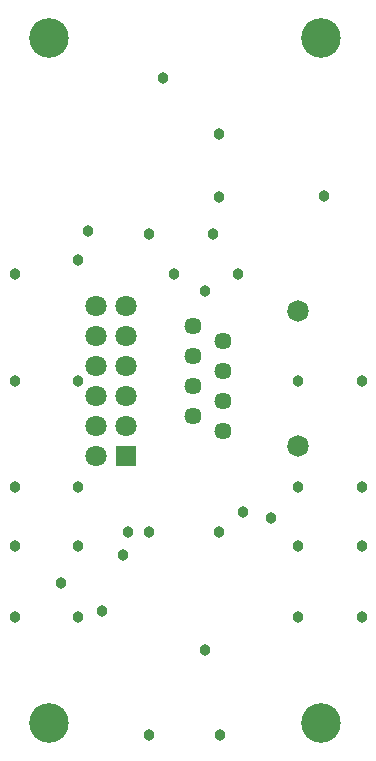
<source format=gbr>
G04 DesignSpark PCB PRO Gerber Version 10.0 Build 5299*
G04 #@! TF.Part,Single*
G04 #@! TF.FileFunction,Soldermask,Bot*
G04 #@! TF.FilePolarity,Negative*
%FSLAX36Y36*%
%MOIN*%
G04 #@! TA.AperFunction,ComponentPad*
%ADD12R,0.07096X0.07096*%
G04 #@! TA.AperFunction,ViaPad*
%ADD10C,0.03800*%
G04 #@! TA.AperFunction,ComponentPad*
%ADD14C,0.05730*%
%ADD13C,0.07096*%
%ADD15C,0.07194*%
G04 #@! TA.AperFunction,WasherPad*
%ADD11C,0.13198*%
G04 #@! TD.AperFunction*
X0Y0D02*
D02*
D10*
X165354Y594488D03*
Y830709D03*
Y1027559D03*
Y1381890D03*
Y1736220D03*
X318898Y708661D03*
X377953Y594488D03*
Y830709D03*
Y1027559D03*
Y1381890D03*
Y1783465D03*
X409449Y1881890D03*
X456693Y614173D03*
X527559Y799213D03*
X543307Y877953D03*
X614173Y200787D03*
Y877953D03*
Y1870079D03*
X661417Y2389764D03*
X696850Y1736220D03*
X799213Y484252D03*
Y1681102D03*
X826772Y1870079D03*
X846457Y877953D03*
Y1992126D03*
Y2204724D03*
X850394Y200787D03*
X909449Y1736220D03*
X925197Y944882D03*
X1019685Y925197D03*
X1110236Y594488D03*
Y830709D03*
Y1027559D03*
Y1381890D03*
X1196850Y1996063D03*
X1322835Y594488D03*
Y830709D03*
Y1027559D03*
Y1381890D03*
D02*
D11*
X279528Y240157D03*
Y2523622D03*
X1185039Y240157D03*
Y2523622D03*
D02*
D12*
X535433Y1131890D03*
D02*
D13*
X435433D03*
Y1231890D03*
Y1331890D03*
Y1431890D03*
Y1531890D03*
Y1631890D03*
X535433Y1231890D03*
Y1331890D03*
Y1431890D03*
Y1531890D03*
Y1631890D03*
D02*
D14*
X758268Y1262598D03*
Y1362598D03*
Y1462598D03*
Y1562598D03*
X858268Y1212598D03*
Y1312598D03*
Y1412598D03*
Y1512598D03*
D02*
D15*
X1108268Y1162559D03*
Y1612638D03*
X0Y0D02*
M02*

</source>
